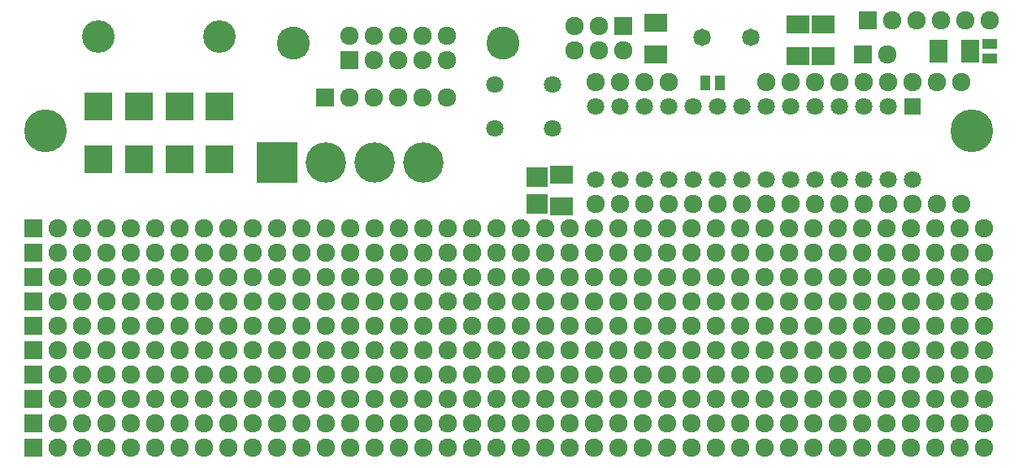
<source format=gts>
G04 (created by PCBNEW (2013-07-07 BZR 4022)-stable) date 04/02/2014 10:01:15 AM*
%MOIN*%
G04 Gerber Fmt 3.4, Leading zero omitted, Abs format*
%FSLAX34Y34*%
G01*
G70*
G90*
G04 APERTURE LIST*
%ADD10C,0.00590551*%
%ADD11C,0.175748*%
%ADD12C,0.075748*%
%ADD13R,0.075748X0.075748*%
%ADD14C,0.133858*%
%ADD15R,0.115748X0.115748*%
%ADD16C,0.135748*%
%ADD17R,0.095748X0.075748*%
%ADD18R,0.060748X0.040748*%
%ADD19C,0.070748*%
%ADD20R,0.070748X0.070748*%
%ADD21R,0.086648X0.078648*%
%ADD22C,0.071748*%
%ADD23R,0.075748X0.095748*%
%ADD24R,0.040748X0.060748*%
%ADD25C,0.165748*%
%ADD26R,0.165748X0.165748*%
G04 APERTURE END LIST*
G54D10*
G54D11*
X47500Y-15500D03*
X9500Y-15500D03*
G54D12*
X39000Y-28500D03*
X44000Y-28500D03*
X43000Y-28500D03*
X42000Y-28500D03*
X41000Y-28500D03*
X40000Y-28500D03*
X45000Y-28500D03*
X46000Y-28500D03*
X47000Y-28500D03*
X48000Y-28500D03*
X29000Y-28500D03*
X34000Y-28500D03*
X33000Y-28500D03*
X32000Y-28500D03*
X31000Y-28500D03*
X30000Y-28500D03*
X35000Y-28500D03*
X36000Y-28500D03*
X37000Y-28500D03*
X38000Y-28500D03*
X24000Y-28500D03*
X23000Y-28500D03*
X22000Y-28500D03*
X21000Y-28500D03*
X20000Y-28500D03*
X25000Y-28500D03*
X26000Y-28500D03*
X27000Y-28500D03*
X28000Y-28500D03*
X19000Y-28500D03*
X18000Y-28500D03*
X17000Y-28500D03*
X16000Y-28500D03*
X15000Y-28500D03*
G54D13*
X9000Y-28500D03*
G54D12*
X10000Y-28500D03*
X11000Y-28500D03*
X12000Y-28500D03*
X13000Y-28500D03*
X14000Y-28500D03*
X39000Y-27500D03*
X44000Y-27500D03*
X43000Y-27500D03*
X42000Y-27500D03*
X41000Y-27500D03*
X40000Y-27500D03*
X45000Y-27500D03*
X46000Y-27500D03*
X47000Y-27500D03*
X48000Y-27500D03*
X29000Y-27500D03*
X34000Y-27500D03*
X33000Y-27500D03*
X32000Y-27500D03*
X31000Y-27500D03*
X30000Y-27500D03*
X35000Y-27500D03*
X36000Y-27500D03*
X37000Y-27500D03*
X38000Y-27500D03*
X24000Y-27500D03*
X23000Y-27500D03*
X22000Y-27500D03*
X21000Y-27500D03*
X20000Y-27500D03*
X25000Y-27500D03*
X26000Y-27500D03*
X27000Y-27500D03*
X28000Y-27500D03*
X19000Y-27500D03*
X18000Y-27500D03*
X17000Y-27500D03*
X16000Y-27500D03*
X15000Y-27500D03*
G54D13*
X9000Y-27500D03*
G54D12*
X10000Y-27500D03*
X11000Y-27500D03*
X12000Y-27500D03*
X13000Y-27500D03*
X14000Y-27500D03*
X39000Y-26500D03*
X44000Y-26500D03*
X43000Y-26500D03*
X42000Y-26500D03*
X41000Y-26500D03*
X40000Y-26500D03*
X45000Y-26500D03*
X46000Y-26500D03*
X47000Y-26500D03*
X48000Y-26500D03*
X29000Y-26500D03*
X34000Y-26500D03*
X33000Y-26500D03*
X32000Y-26500D03*
X31000Y-26500D03*
X30000Y-26500D03*
X35000Y-26500D03*
X36000Y-26500D03*
X37000Y-26500D03*
X38000Y-26500D03*
X24000Y-26500D03*
X23000Y-26500D03*
X22000Y-26500D03*
X21000Y-26500D03*
X20000Y-26500D03*
X25000Y-26500D03*
X26000Y-26500D03*
X27000Y-26500D03*
X28000Y-26500D03*
X19000Y-26500D03*
X18000Y-26500D03*
X17000Y-26500D03*
X16000Y-26500D03*
X15000Y-26500D03*
G54D13*
X9000Y-26500D03*
G54D12*
X10000Y-26500D03*
X11000Y-26500D03*
X12000Y-26500D03*
X13000Y-26500D03*
X14000Y-26500D03*
X39000Y-25500D03*
X44000Y-25500D03*
X43000Y-25500D03*
X42000Y-25500D03*
X41000Y-25500D03*
X40000Y-25500D03*
X45000Y-25500D03*
X46000Y-25500D03*
X47000Y-25500D03*
X48000Y-25500D03*
X29000Y-25500D03*
X34000Y-25500D03*
X33000Y-25500D03*
X32000Y-25500D03*
X31000Y-25500D03*
X30000Y-25500D03*
X35000Y-25500D03*
X36000Y-25500D03*
X37000Y-25500D03*
X38000Y-25500D03*
X24000Y-25500D03*
X23000Y-25500D03*
X22000Y-25500D03*
X21000Y-25500D03*
X20000Y-25500D03*
X25000Y-25500D03*
X26000Y-25500D03*
X27000Y-25500D03*
X28000Y-25500D03*
X19000Y-25500D03*
X18000Y-25500D03*
X17000Y-25500D03*
X16000Y-25500D03*
X15000Y-25500D03*
G54D13*
X9000Y-25500D03*
G54D12*
X10000Y-25500D03*
X11000Y-25500D03*
X12000Y-25500D03*
X13000Y-25500D03*
X14000Y-25500D03*
X39000Y-24500D03*
X44000Y-24500D03*
X43000Y-24500D03*
X42000Y-24500D03*
X41000Y-24500D03*
X40000Y-24500D03*
X45000Y-24500D03*
X46000Y-24500D03*
X47000Y-24500D03*
X48000Y-24500D03*
X29000Y-24500D03*
X34000Y-24500D03*
X33000Y-24500D03*
X32000Y-24500D03*
X31000Y-24500D03*
X30000Y-24500D03*
X35000Y-24500D03*
X36000Y-24500D03*
X37000Y-24500D03*
X38000Y-24500D03*
X24000Y-24500D03*
X23000Y-24500D03*
X22000Y-24500D03*
X21000Y-24500D03*
X20000Y-24500D03*
X25000Y-24500D03*
X26000Y-24500D03*
X27000Y-24500D03*
X28000Y-24500D03*
X19000Y-24500D03*
X18000Y-24500D03*
X17000Y-24500D03*
X16000Y-24500D03*
X15000Y-24500D03*
G54D13*
X9000Y-24500D03*
G54D12*
X10000Y-24500D03*
X11000Y-24500D03*
X12000Y-24500D03*
X13000Y-24500D03*
X14000Y-24500D03*
X39000Y-23500D03*
X44000Y-23500D03*
X43000Y-23500D03*
X42000Y-23500D03*
X41000Y-23500D03*
X40000Y-23500D03*
X45000Y-23500D03*
X46000Y-23500D03*
X47000Y-23500D03*
X48000Y-23500D03*
X29000Y-23500D03*
X34000Y-23500D03*
X33000Y-23500D03*
X32000Y-23500D03*
X31000Y-23500D03*
X30000Y-23500D03*
X35000Y-23500D03*
X36000Y-23500D03*
X37000Y-23500D03*
X38000Y-23500D03*
X24000Y-23500D03*
X23000Y-23500D03*
X22000Y-23500D03*
X21000Y-23500D03*
X20000Y-23500D03*
X25000Y-23500D03*
X26000Y-23500D03*
X27000Y-23500D03*
X28000Y-23500D03*
X19000Y-23500D03*
X18000Y-23500D03*
X17000Y-23500D03*
X16000Y-23500D03*
X15000Y-23500D03*
G54D13*
X9000Y-23500D03*
G54D12*
X10000Y-23500D03*
X11000Y-23500D03*
X12000Y-23500D03*
X13000Y-23500D03*
X14000Y-23500D03*
X39000Y-22500D03*
X44000Y-22500D03*
X43000Y-22500D03*
X42000Y-22500D03*
X41000Y-22500D03*
X40000Y-22500D03*
X45000Y-22500D03*
X46000Y-22500D03*
X47000Y-22500D03*
X48000Y-22500D03*
X29000Y-22500D03*
X34000Y-22500D03*
X33000Y-22500D03*
X32000Y-22500D03*
X31000Y-22500D03*
X30000Y-22500D03*
X35000Y-22500D03*
X36000Y-22500D03*
X37000Y-22500D03*
X38000Y-22500D03*
X24000Y-22500D03*
X23000Y-22500D03*
X22000Y-22500D03*
X21000Y-22500D03*
X20000Y-22500D03*
X25000Y-22500D03*
X26000Y-22500D03*
X27000Y-22500D03*
X28000Y-22500D03*
X19000Y-22500D03*
X18000Y-22500D03*
X17000Y-22500D03*
X16000Y-22500D03*
X15000Y-22500D03*
G54D13*
X9000Y-22500D03*
G54D12*
X10000Y-22500D03*
X11000Y-22500D03*
X12000Y-22500D03*
X13000Y-22500D03*
X14000Y-22500D03*
X39000Y-21500D03*
X44000Y-21500D03*
X43000Y-21500D03*
X42000Y-21500D03*
X41000Y-21500D03*
X40000Y-21500D03*
X45000Y-21500D03*
X46000Y-21500D03*
X47000Y-21500D03*
X48000Y-21500D03*
X29000Y-21500D03*
X34000Y-21500D03*
X33000Y-21500D03*
X32000Y-21500D03*
X31000Y-21500D03*
X30000Y-21500D03*
X35000Y-21500D03*
X36000Y-21500D03*
X37000Y-21500D03*
X38000Y-21500D03*
X24000Y-21500D03*
X23000Y-21500D03*
X22000Y-21500D03*
X21000Y-21500D03*
X20000Y-21500D03*
X25000Y-21500D03*
X26000Y-21500D03*
X27000Y-21500D03*
X28000Y-21500D03*
X19000Y-21500D03*
X18000Y-21500D03*
X17000Y-21500D03*
X16000Y-21500D03*
X15000Y-21500D03*
G54D13*
X9000Y-21500D03*
G54D12*
X10000Y-21500D03*
X11000Y-21500D03*
X12000Y-21500D03*
X13000Y-21500D03*
X14000Y-21500D03*
X39000Y-19500D03*
X44000Y-19500D03*
X43000Y-19500D03*
X42000Y-19500D03*
X41000Y-19500D03*
X40000Y-19500D03*
X45000Y-19500D03*
X46000Y-19500D03*
X47000Y-19500D03*
X48000Y-19500D03*
X29000Y-19500D03*
X34000Y-19500D03*
X33000Y-19500D03*
X32000Y-19500D03*
X31000Y-19500D03*
X30000Y-19500D03*
X35000Y-19500D03*
X36000Y-19500D03*
X37000Y-19500D03*
X38000Y-19500D03*
X24000Y-19500D03*
X23000Y-19500D03*
X22000Y-19500D03*
X21000Y-19500D03*
X20000Y-19500D03*
X25000Y-19500D03*
X26000Y-19500D03*
X27000Y-19500D03*
X28000Y-19500D03*
X19000Y-19500D03*
X18000Y-19500D03*
X17000Y-19500D03*
X16000Y-19500D03*
X15000Y-19500D03*
G54D13*
X9000Y-19500D03*
G54D12*
X10000Y-19500D03*
X11000Y-19500D03*
X12000Y-19500D03*
X13000Y-19500D03*
X14000Y-19500D03*
X39000Y-20500D03*
X44000Y-20500D03*
X43000Y-20500D03*
X42000Y-20500D03*
X41000Y-20500D03*
X40000Y-20500D03*
X45000Y-20500D03*
X46000Y-20500D03*
X47000Y-20500D03*
X48000Y-20500D03*
X29000Y-20500D03*
X34000Y-20500D03*
X33000Y-20500D03*
X32000Y-20500D03*
X31000Y-20500D03*
X30000Y-20500D03*
X35000Y-20500D03*
X36000Y-20500D03*
X37000Y-20500D03*
X38000Y-20500D03*
X24000Y-20500D03*
X23000Y-20500D03*
X22000Y-20500D03*
X21000Y-20500D03*
X20000Y-20500D03*
X25000Y-20500D03*
X26000Y-20500D03*
X27000Y-20500D03*
X28000Y-20500D03*
X19000Y-20500D03*
X18000Y-20500D03*
X17000Y-20500D03*
X16000Y-20500D03*
X15000Y-20500D03*
G54D13*
X9000Y-20500D03*
G54D12*
X10000Y-20500D03*
X11000Y-20500D03*
X12000Y-20500D03*
X13000Y-20500D03*
X14000Y-20500D03*
G54D14*
X16630Y-11643D03*
G54D15*
X16630Y-16682D03*
X14976Y-16682D03*
X13324Y-16682D03*
X11670Y-16682D03*
X16630Y-14518D03*
X14976Y-14518D03*
X13324Y-14518D03*
X11670Y-14518D03*
G54D14*
X11670Y-11643D03*
G54D16*
X28250Y-11900D03*
X19650Y-11900D03*
G54D13*
X21950Y-12600D03*
G54D12*
X21950Y-11600D03*
X22950Y-12600D03*
X22950Y-11600D03*
X23950Y-12600D03*
X23950Y-11600D03*
X24950Y-12600D03*
X24950Y-11600D03*
X25950Y-12600D03*
X25950Y-11600D03*
G54D17*
X34510Y-12370D03*
X34510Y-11070D03*
G54D18*
X48220Y-11930D03*
X48220Y-12530D03*
G54D19*
X30281Y-13614D03*
X30281Y-15386D03*
X27919Y-13614D03*
X27919Y-15386D03*
G54D13*
X43220Y-10980D03*
G54D12*
X44220Y-10980D03*
X45220Y-10980D03*
X46220Y-10980D03*
X47220Y-10980D03*
X48220Y-10980D03*
G54D19*
X44050Y-14500D03*
X43050Y-14500D03*
X42050Y-14500D03*
X41050Y-14500D03*
X40050Y-14500D03*
X39050Y-14500D03*
X38050Y-14500D03*
X37050Y-14500D03*
X36050Y-14500D03*
X35050Y-14500D03*
X34050Y-14500D03*
X33050Y-14500D03*
X32050Y-14500D03*
G54D20*
X45050Y-14500D03*
G54D19*
X32050Y-17500D03*
X33050Y-17500D03*
X34050Y-17500D03*
X35050Y-17500D03*
X36050Y-17500D03*
X37050Y-17500D03*
X38050Y-17500D03*
X39050Y-17500D03*
X40050Y-17500D03*
X41050Y-17500D03*
X42050Y-17500D03*
X43050Y-17500D03*
X44050Y-17500D03*
X45050Y-17500D03*
G54D17*
X41390Y-11120D03*
X41390Y-12420D03*
X30650Y-17300D03*
X30650Y-18600D03*
G54D21*
X29650Y-17391D03*
X29650Y-18509D03*
G54D22*
X36430Y-11660D03*
X38430Y-11660D03*
G54D23*
X47420Y-12250D03*
X46120Y-12250D03*
G54D17*
X40360Y-12420D03*
X40360Y-11120D03*
G54D24*
X37150Y-13550D03*
X36550Y-13550D03*
G54D12*
X47050Y-13500D03*
X46050Y-13500D03*
X45050Y-13500D03*
X44050Y-13500D03*
X43050Y-13500D03*
X42050Y-13500D03*
X41050Y-13500D03*
X40050Y-13500D03*
X39050Y-13500D03*
X35050Y-13500D03*
X34050Y-13500D03*
X33050Y-13500D03*
X32050Y-13500D03*
X32050Y-18500D03*
X33050Y-18500D03*
X34050Y-18500D03*
X35050Y-18500D03*
X36050Y-18500D03*
X37050Y-18500D03*
X38050Y-18500D03*
X39050Y-18500D03*
X40050Y-18500D03*
X41050Y-18500D03*
X42050Y-18500D03*
X43050Y-18500D03*
X44050Y-18500D03*
X45050Y-18500D03*
X46050Y-18500D03*
X47050Y-18500D03*
G54D13*
X33200Y-11200D03*
G54D12*
X33200Y-12200D03*
X32200Y-11200D03*
X32200Y-12200D03*
X31200Y-11200D03*
X31200Y-12200D03*
G54D25*
X21000Y-16800D03*
X23000Y-16800D03*
G54D26*
X19000Y-16800D03*
G54D25*
X25000Y-16800D03*
G54D13*
X20950Y-14125D03*
G54D12*
X21950Y-14125D03*
X22950Y-14125D03*
X23950Y-14125D03*
X24950Y-14125D03*
X25950Y-14125D03*
G54D13*
X43025Y-12375D03*
G54D12*
X44025Y-12375D03*
M02*

</source>
